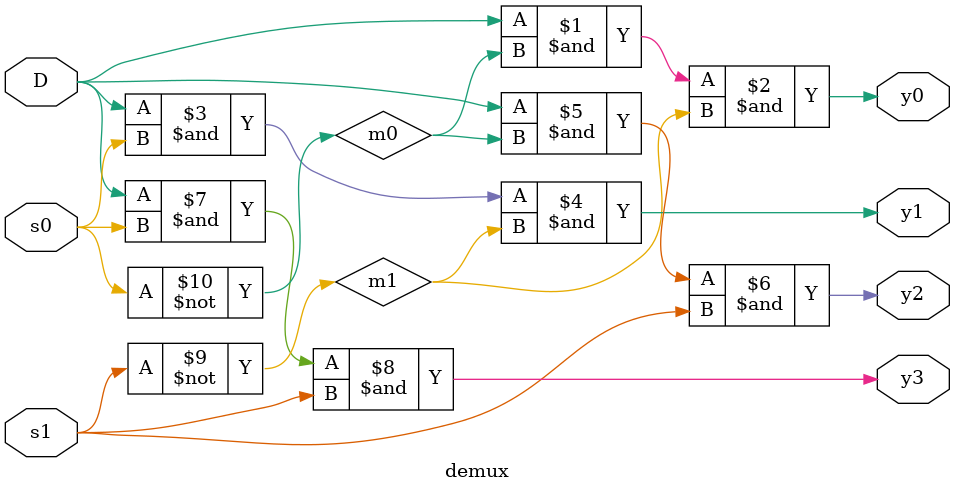
<source format=v>

module demux (input D,s0,s1, output y0,y1,y2,y3);
  wire m0, m1;
  not(m1,s1);
  not(m0,s0);

  and a1(y0,D,m0,m1);
  and a2(y1,D,s0,m1);
  and a3(y2,D,m0,s1);
  and a4(y3,D,s0,s1);
  
endmodule 

</source>
